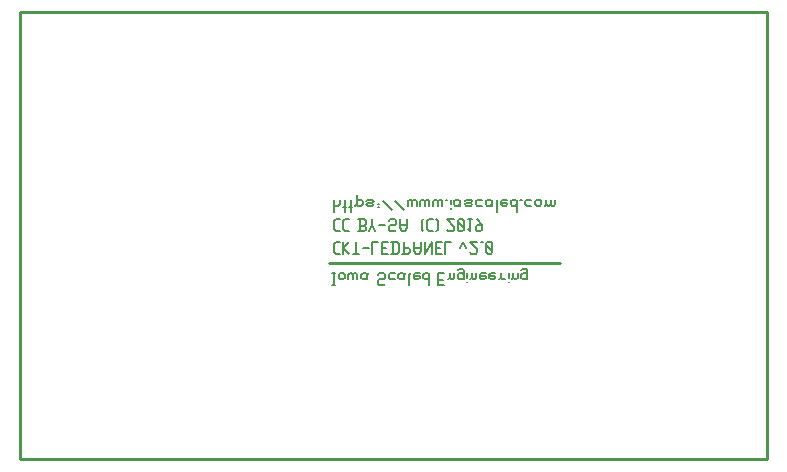
<source format=gbr>
G04 start of page 9 for group -4078 idx -4078 *
G04 Title: (unknown), bottomsilk *
G04 Creator: pcb 4.0.2 *
G04 CreationDate: Thu Apr 18 02:51:52 2019 UTC *
G04 For: ndholmes *
G04 Format: Gerber/RS-274X *
G04 PCB-Dimensions (mil): 2500.00 1500.00 *
G04 PCB-Coordinate-Origin: lower left *
%MOIN*%
%FSLAX25Y25*%
%LNBOTTOMSILK*%
%ADD49C,0.0080*%
%ADD48C,0.0100*%
G54D48*X249500Y500D02*Y149500D01*
X70500D01*
X500Y500D02*Y149500D01*
X71500D01*
X103500Y66000D02*X180500D01*
X70500Y500D02*X249500D01*
X79000D02*X500D01*
G54D49*X104500Y58500D02*X105500D01*
X105000D02*Y62500D01*
X104500D02*X105500D01*
X106700Y61000D02*Y62000D01*
Y61000D02*X107200Y60500D01*
X108200D01*
X108700Y61000D01*
Y62000D01*
X108200Y62500D02*X108700Y62000D01*
X107200Y62500D02*X108200D01*
X106700Y62000D02*X107200Y62500D01*
X109900Y60500D02*Y62000D01*
X110400Y62500D01*
X110900D01*
X111400Y62000D01*
Y60500D02*Y62000D01*
X111900Y62500D01*
X112400D01*
X112900Y62000D01*
Y60500D02*Y62000D01*
X115600Y60500D02*X116100Y61000D01*
X114600Y60500D02*X115600D01*
X114100Y61000D02*X114600Y60500D01*
X114100Y61000D02*Y62000D01*
X114600Y62500D01*
X116100Y60500D02*Y62000D01*
X116600Y62500D01*
X114600D02*X115600D01*
X116100Y62000D01*
X121600Y58500D02*X122100Y59000D01*
X120100Y58500D02*X121600D01*
X119600Y59000D02*X120100Y58500D01*
X119600Y59000D02*Y60000D01*
X120100Y60500D01*
X121600D01*
X122100Y61000D01*
Y62000D01*
X121600Y62500D02*X122100Y62000D01*
X120100Y62500D02*X121600D01*
X119600Y62000D02*X120100Y62500D01*
X123800Y60500D02*X125300D01*
X123300Y61000D02*X123800Y60500D01*
X123300Y61000D02*Y62000D01*
X123800Y62500D01*
X125300D01*
X128000Y60500D02*X128500Y61000D01*
X127000Y60500D02*X128000D01*
X126500Y61000D02*X127000Y60500D01*
X126500Y61000D02*Y62000D01*
X127000Y62500D01*
X128500Y60500D02*Y62000D01*
X129000Y62500D01*
X127000D02*X128000D01*
X128500Y62000D01*
X130200Y58500D02*Y62000D01*
X130700Y62500D01*
X132200D02*X133700D01*
X131700Y62000D02*X132200Y62500D01*
X131700Y61000D02*Y62000D01*
Y61000D02*X132200Y60500D01*
X133200D01*
X133700Y61000D01*
X131700Y61500D02*X133700D01*
Y61000D02*Y61500D01*
X136900Y58500D02*Y62500D01*
X136400D02*X136900Y62000D01*
X135400Y62500D02*X136400D01*
X134900Y62000D02*X135400Y62500D01*
X134900Y61000D02*Y62000D01*
Y61000D02*X135400Y60500D01*
X136400D01*
X136900Y61000D01*
X139900Y60300D02*X141400D01*
X139900Y62500D02*X141900D01*
X139900Y58500D02*Y62500D01*
Y58500D02*X141900D01*
X143600Y61000D02*Y62500D01*
Y61000D02*X144100Y60500D01*
X144600D01*
X145100Y61000D01*
Y62500D01*
X143100Y60500D02*X143600Y61000D01*
X147800Y60500D02*X148300Y61000D01*
X146800Y60500D02*X147800D01*
X146300Y61000D02*X146800Y60500D01*
X146300Y61000D02*Y62000D01*
X146800Y62500D01*
X147800D01*
X148300Y62000D01*
X146300Y63500D02*X146800Y64000D01*
X147800D01*
X148300Y63500D01*
Y60500D02*Y63500D01*
X149500Y59500D02*Y59600D01*
Y61000D02*Y62500D01*
X151000Y61000D02*Y62500D01*
Y61000D02*X151500Y60500D01*
X152000D01*
X152500Y61000D01*
Y62500D01*
X150500Y60500D02*X151000Y61000D01*
X154200Y62500D02*X155700D01*
X153700Y62000D02*X154200Y62500D01*
X153700Y61000D02*Y62000D01*
Y61000D02*X154200Y60500D01*
X155200D01*
X155700Y61000D01*
X153700Y61500D02*X155700D01*
Y61000D02*Y61500D01*
X157400Y62500D02*X158900D01*
X156900Y62000D02*X157400Y62500D01*
X156900Y61000D02*Y62000D01*
Y61000D02*X157400Y60500D01*
X158400D01*
X158900Y61000D01*
X156900Y61500D02*X158900D01*
Y61000D02*Y61500D01*
X160600Y61000D02*Y62500D01*
Y61000D02*X161100Y60500D01*
X162100D01*
X160100D02*X160600Y61000D01*
X163300Y59500D02*Y59600D01*
Y61000D02*Y62500D01*
X164800Y61000D02*Y62500D01*
Y61000D02*X165300Y60500D01*
X165800D01*
X166300Y61000D01*
Y62500D01*
X164300Y60500D02*X164800Y61000D01*
X169000Y60500D02*X169500Y61000D01*
X168000Y60500D02*X169000D01*
X167500Y61000D02*X168000Y60500D01*
X167500Y61000D02*Y62000D01*
X168000Y62500D01*
X169000D01*
X169500Y62000D01*
X167500Y63500D02*X168000Y64000D01*
X169000D01*
X169500Y63500D01*
Y60500D02*Y63500D01*
X105700Y73000D02*X107000D01*
X105000Y72300D02*X105700Y73000D01*
X105000Y69700D02*Y72300D01*
Y69700D02*X105700Y69000D01*
X107000D01*
X108200D02*Y73000D01*
Y71000D02*X110200Y69000D01*
X108200Y71000D02*X110200Y73000D01*
X111400Y69000D02*X113400D01*
X112400D02*Y73000D01*
X114600Y71000D02*X116600D01*
X117800Y69000D02*Y73000D01*
X119800D01*
X121000Y70800D02*X122500D01*
X121000Y73000D02*X123000D01*
X121000Y69000D02*Y73000D01*
Y69000D02*X123000D01*
X124700D02*Y73000D01*
X126000Y69000D02*X126700Y69700D01*
Y72300D01*
X126000Y73000D02*X126700Y72300D01*
X124200Y73000D02*X126000D01*
X124200Y69000D02*X126000D01*
X128400D02*Y73000D01*
X127900Y69000D02*X129900D01*
X130400Y69500D01*
Y70500D01*
X129900Y71000D02*X130400Y70500D01*
X128400Y71000D02*X129900D01*
X131600Y70000D02*Y73000D01*
Y70000D02*X132300Y69000D01*
X133400D01*
X134100Y70000D01*
Y73000D01*
X131600Y71000D02*X134100D01*
X135300Y69000D02*Y73000D01*
Y69000D02*X137800Y73000D01*
Y69000D02*Y73000D01*
X139000Y70800D02*X140500D01*
X139000Y73000D02*X141000D01*
X139000Y69000D02*Y73000D01*
Y69000D02*X141000D01*
X142200D02*Y73000D01*
X144200D01*
X147200Y71000D02*X148200Y73000D01*
X149200Y71000D02*X148200Y73000D01*
X150400Y69500D02*X150900Y69000D01*
X152400D01*
X152900Y69500D01*
Y70500D01*
X150400Y73000D02*X152900Y70500D01*
X150400Y73000D02*X152900D01*
X154100D02*X154600D01*
X155800Y72500D02*X156300Y73000D01*
X155800Y69500D02*Y72500D01*
Y69500D02*X156300Y69000D01*
X157300D01*
X157800Y69500D01*
Y72500D01*
X157300Y73000D02*X157800Y72500D01*
X156300Y73000D02*X157300D01*
X155800Y72000D02*X157800Y70000D01*
X105700Y80500D02*X107000D01*
X105000Y79800D02*X105700Y80500D01*
X105000Y77200D02*Y79800D01*
Y77200D02*X105700Y76500D01*
X107000D01*
X108900Y80500D02*X110200D01*
X108200Y79800D02*X108900Y80500D01*
X108200Y77200D02*Y79800D01*
Y77200D02*X108900Y76500D01*
X110200D01*
X113200Y80500D02*X115200D01*
X115700Y80000D01*
Y78800D02*Y80000D01*
X115200Y78300D02*X115700Y78800D01*
X113700Y78300D02*X115200D01*
X113700Y76500D02*Y80500D01*
X113200Y76500D02*X115200D01*
X115700Y77000D01*
Y77800D01*
X115200Y78300D02*X115700Y77800D01*
X116900Y76500D02*X117900Y78500D01*
X118900Y76500D01*
X117900Y78500D02*Y80500D01*
X120100Y78500D02*X122100D01*
X125300Y76500D02*X125800Y77000D01*
X123800Y76500D02*X125300D01*
X123300Y77000D02*X123800Y76500D01*
X123300Y77000D02*Y78000D01*
X123800Y78500D01*
X125300D01*
X125800Y79000D01*
Y80000D01*
X125300Y80500D02*X125800Y80000D01*
X123800Y80500D02*X125300D01*
X123300Y80000D02*X123800Y80500D01*
X127000Y77500D02*Y80500D01*
Y77500D02*X127700Y76500D01*
X128800D01*
X129500Y77500D01*
Y80500D01*
X127000Y78500D02*X129500D01*
X134300Y80000D02*X134800Y80500D01*
X134300Y77000D02*X134800Y76500D01*
X134300Y77000D02*Y80000D01*
X136700Y80500D02*X138000D01*
X136000Y79800D02*X136700Y80500D01*
X136000Y77200D02*Y79800D01*
Y77200D02*X136700Y76500D01*
X138000D01*
X139200D02*X139700Y77000D01*
Y80000D01*
X139200Y80500D02*X139700Y80000D01*
X142700Y77000D02*X143200Y76500D01*
X144700D01*
X145200Y77000D01*
Y78000D01*
X142700Y80500D02*X145200Y78000D01*
X142700Y80500D02*X145200D01*
X146400Y80000D02*X146900Y80500D01*
X146400Y77000D02*Y80000D01*
Y77000D02*X146900Y76500D01*
X147900D01*
X148400Y77000D01*
Y80000D01*
X147900Y80500D02*X148400Y80000D01*
X146900Y80500D02*X147900D01*
X146400Y79500D02*X148400Y77500D01*
X149600Y77300D02*X150400Y76500D01*
Y80500D01*
X149600D02*X151100D01*
X152800D02*X154300Y78500D01*
Y77000D02*Y78500D01*
X153800Y76500D02*X154300Y77000D01*
X152800Y76500D02*X153800D01*
X152300Y77000D02*X152800Y76500D01*
X152300Y77000D02*Y78000D01*
X152800Y78500D01*
X154300D01*
X105000Y83000D02*Y87000D01*
Y85500D02*X105500Y85000D01*
X106500D01*
X107000Y85500D01*
Y87000D01*
X108700Y83000D02*Y86500D01*
X109200Y87000D01*
X108200Y84500D02*X109200D01*
X110700Y83000D02*Y86500D01*
X111200Y87000D01*
X110200Y84500D02*X111200D01*
X112700Y85500D02*Y88500D01*
X112200Y85000D02*X112700Y85500D01*
X113200Y85000D01*
X114200D01*
X114700Y85500D01*
Y86500D01*
X114200Y87000D02*X114700Y86500D01*
X113200Y87000D02*X114200D01*
X112700Y86500D02*X113200Y87000D01*
X116400D02*X117900D01*
X118400Y86500D01*
X117900Y86000D02*X118400Y86500D01*
X116400Y86000D02*X117900D01*
X115900Y85500D02*X116400Y86000D01*
X115900Y85500D02*X116400Y85000D01*
X117900D01*
X118400Y85500D01*
X115900Y86500D02*X116400Y87000D01*
X119600Y84500D02*X120100D01*
X119600Y85500D02*X120100D01*
X121300Y86500D02*X124300Y83500D01*
X125500Y86500D02*X128500Y83500D01*
X129700Y85000D02*Y86500D01*
X130200Y87000D01*
X130700D01*
X131200Y86500D01*
Y85000D02*Y86500D01*
X131700Y87000D01*
X132200D01*
X132700Y86500D01*
Y85000D02*Y86500D01*
X133900Y85000D02*Y86500D01*
X134400Y87000D01*
X134900D01*
X135400Y86500D01*
Y85000D02*Y86500D01*
X135900Y87000D01*
X136400D01*
X136900Y86500D01*
Y85000D02*Y86500D01*
X138100Y85000D02*Y86500D01*
X138600Y87000D01*
X139100D01*
X139600Y86500D01*
Y85000D02*Y86500D01*
X140100Y87000D01*
X140600D01*
X141100Y86500D01*
Y85000D02*Y86500D01*
X142300Y87000D02*X142800D01*
X144000Y84000D02*Y84100D01*
Y85500D02*Y87000D01*
X146500Y85000D02*X147000Y85500D01*
X145500Y85000D02*X146500D01*
X145000Y85500D02*X145500Y85000D01*
X145000Y85500D02*Y86500D01*
X145500Y87000D01*
X147000Y85000D02*Y86500D01*
X147500Y87000D01*
X145500D02*X146500D01*
X147000Y86500D01*
X149200Y87000D02*X150700D01*
X151200Y86500D01*
X150700Y86000D02*X151200Y86500D01*
X149200Y86000D02*X150700D01*
X148700Y85500D02*X149200Y86000D01*
X148700Y85500D02*X149200Y85000D01*
X150700D01*
X151200Y85500D01*
X148700Y86500D02*X149200Y87000D01*
X152900Y85000D02*X154400D01*
X152400Y85500D02*X152900Y85000D01*
X152400Y85500D02*Y86500D01*
X152900Y87000D01*
X154400D01*
X157100Y85000D02*X157600Y85500D01*
X156100Y85000D02*X157100D01*
X155600Y85500D02*X156100Y85000D01*
X155600Y85500D02*Y86500D01*
X156100Y87000D01*
X157600Y85000D02*Y86500D01*
X158100Y87000D01*
X156100D02*X157100D01*
X157600Y86500D01*
X159300Y83000D02*Y86500D01*
X159800Y87000D01*
X161300D02*X162800D01*
X160800Y86500D02*X161300Y87000D01*
X160800Y85500D02*Y86500D01*
Y85500D02*X161300Y85000D01*
X162300D01*
X162800Y85500D01*
X160800Y86000D02*X162800D01*
Y85500D02*Y86000D01*
X166000Y83000D02*Y87000D01*
X165500D02*X166000Y86500D01*
X164500Y87000D02*X165500D01*
X164000Y86500D02*X164500Y87000D01*
X164000Y85500D02*Y86500D01*
Y85500D02*X164500Y85000D01*
X165500D01*
X166000Y85500D01*
X167200Y87000D02*X167700D01*
X169400Y85000D02*X170900D01*
X168900Y85500D02*X169400Y85000D01*
X168900Y85500D02*Y86500D01*
X169400Y87000D01*
X170900D01*
X172100Y85500D02*Y86500D01*
Y85500D02*X172600Y85000D01*
X173600D01*
X174100Y85500D01*
Y86500D01*
X173600Y87000D02*X174100Y86500D01*
X172600Y87000D02*X173600D01*
X172100Y86500D02*X172600Y87000D01*
X175800Y85500D02*Y87000D01*
Y85500D02*X176300Y85000D01*
X176800D01*
X177300Y85500D01*
Y87000D01*
Y85500D02*X177800Y85000D01*
X178300D01*
X178800Y85500D01*
Y87000D01*
X175300Y85000D02*X175800Y85500D01*
M02*

</source>
